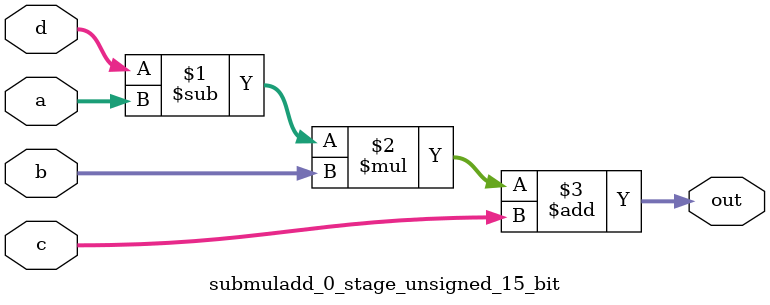
<source format=sv>
(* use_dsp = "yes" *) module submuladd_0_stage_unsigned_15_bit(
	input  [14:0] a,
	input  [14:0] b,
	input  [14:0] c,
	input  [14:0] d,
	output [14:0] out
	);

	assign out = ((d - a) * b) + c;
endmodule

</source>
